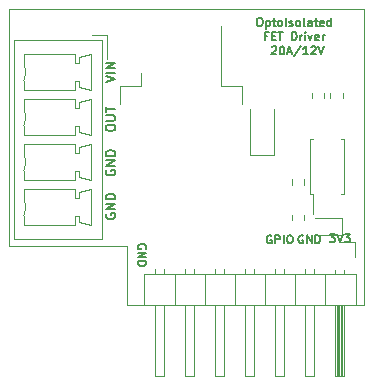
<source format=gbr>
%TF.GenerationSoftware,KiCad,Pcbnew,(5.1.8-0-10_14)*%
%TF.CreationDate,2020-11-29T00:29:28+01:00*%
%TF.ProjectId,FET_Driver,4645545f-4472-4697-9665-722e6b696361,rev?*%
%TF.SameCoordinates,Original*%
%TF.FileFunction,Legend,Top*%
%TF.FilePolarity,Positive*%
%FSLAX46Y46*%
G04 Gerber Fmt 4.6, Leading zero omitted, Abs format (unit mm)*
G04 Created by KiCad (PCBNEW (5.1.8-0-10_14)) date 2020-11-29 00:29:28*
%MOMM*%
%LPD*%
G01*
G04 APERTURE LIST*
%ADD10C,0.150000*%
%TA.AperFunction,Profile*%
%ADD11C,0.050000*%
%TD*%
%ADD12C,0.120000*%
G04 APERTURE END LIST*
D10*
X118200000Y-85309523D02*
X118161904Y-85385714D01*
X118161904Y-85500000D01*
X118200000Y-85614285D01*
X118276190Y-85690476D01*
X118352380Y-85728571D01*
X118504761Y-85766666D01*
X118619047Y-85766666D01*
X118771428Y-85728571D01*
X118847619Y-85690476D01*
X118923809Y-85614285D01*
X118961904Y-85500000D01*
X118961904Y-85423809D01*
X118923809Y-85309523D01*
X118885714Y-85271428D01*
X118619047Y-85271428D01*
X118619047Y-85423809D01*
X118961904Y-84928571D02*
X118161904Y-84928571D01*
X118961904Y-84471428D01*
X118161904Y-84471428D01*
X118961904Y-84090476D02*
X118161904Y-84090476D01*
X118161904Y-83900000D01*
X118200000Y-83785714D01*
X118276190Y-83709523D01*
X118352380Y-83671428D01*
X118504761Y-83633333D01*
X118619047Y-83633333D01*
X118771428Y-83671428D01*
X118847619Y-83709523D01*
X118923809Y-83785714D01*
X118961904Y-83900000D01*
X118961904Y-84090476D01*
X118200000Y-81609523D02*
X118161904Y-81685714D01*
X118161904Y-81800000D01*
X118200000Y-81914285D01*
X118276190Y-81990476D01*
X118352380Y-82028571D01*
X118504761Y-82066666D01*
X118619047Y-82066666D01*
X118771428Y-82028571D01*
X118847619Y-81990476D01*
X118923809Y-81914285D01*
X118961904Y-81800000D01*
X118961904Y-81723809D01*
X118923809Y-81609523D01*
X118885714Y-81571428D01*
X118619047Y-81571428D01*
X118619047Y-81723809D01*
X118961904Y-81228571D02*
X118161904Y-81228571D01*
X118961904Y-80771428D01*
X118161904Y-80771428D01*
X118961904Y-80390476D02*
X118161904Y-80390476D01*
X118161904Y-80200000D01*
X118200000Y-80085714D01*
X118276190Y-80009523D01*
X118352380Y-79971428D01*
X118504761Y-79933333D01*
X118619047Y-79933333D01*
X118771428Y-79971428D01*
X118847619Y-80009523D01*
X118923809Y-80085714D01*
X118961904Y-80200000D01*
X118961904Y-80390476D01*
X118161904Y-78100000D02*
X118161904Y-77947619D01*
X118200000Y-77871428D01*
X118276190Y-77795238D01*
X118428571Y-77757142D01*
X118695238Y-77757142D01*
X118847619Y-77795238D01*
X118923809Y-77871428D01*
X118961904Y-77947619D01*
X118961904Y-78100000D01*
X118923809Y-78176190D01*
X118847619Y-78252380D01*
X118695238Y-78290476D01*
X118428571Y-78290476D01*
X118276190Y-78252380D01*
X118200000Y-78176190D01*
X118161904Y-78100000D01*
X118161904Y-77414285D02*
X118809523Y-77414285D01*
X118885714Y-77376190D01*
X118923809Y-77338095D01*
X118961904Y-77261904D01*
X118961904Y-77109523D01*
X118923809Y-77033333D01*
X118885714Y-76995238D01*
X118809523Y-76957142D01*
X118161904Y-76957142D01*
X118161904Y-76690476D02*
X118161904Y-76233333D01*
X118961904Y-76461904D02*
X118161904Y-76461904D01*
X118161904Y-74176190D02*
X118961904Y-73909523D01*
X118161904Y-73642857D01*
X118961904Y-73376190D02*
X118161904Y-73376190D01*
X118961904Y-72995238D02*
X118161904Y-72995238D01*
X118961904Y-72538095D01*
X118161904Y-72538095D01*
X121550000Y-88266666D02*
X121583333Y-88200000D01*
X121583333Y-88100000D01*
X121550000Y-88000000D01*
X121483333Y-87933333D01*
X121416666Y-87900000D01*
X121283333Y-87866666D01*
X121183333Y-87866666D01*
X121050000Y-87900000D01*
X120983333Y-87933333D01*
X120916666Y-88000000D01*
X120883333Y-88100000D01*
X120883333Y-88166666D01*
X120916666Y-88266666D01*
X120950000Y-88300000D01*
X121183333Y-88300000D01*
X121183333Y-88166666D01*
X120883333Y-88600000D02*
X121583333Y-88600000D01*
X120883333Y-89000000D01*
X121583333Y-89000000D01*
X120883333Y-89333333D02*
X121583333Y-89333333D01*
X121583333Y-89500000D01*
X121550000Y-89600000D01*
X121483333Y-89666666D01*
X121416666Y-89700000D01*
X121283333Y-89733333D01*
X121183333Y-89733333D01*
X121050000Y-89700000D01*
X120983333Y-89666666D01*
X120916666Y-89600000D01*
X120883333Y-89500000D01*
X120883333Y-89333333D01*
X131150000Y-68716666D02*
X131283333Y-68716666D01*
X131350000Y-68750000D01*
X131416666Y-68816666D01*
X131450000Y-68950000D01*
X131450000Y-69183333D01*
X131416666Y-69316666D01*
X131350000Y-69383333D01*
X131283333Y-69416666D01*
X131150000Y-69416666D01*
X131083333Y-69383333D01*
X131016666Y-69316666D01*
X130983333Y-69183333D01*
X130983333Y-68950000D01*
X131016666Y-68816666D01*
X131083333Y-68750000D01*
X131150000Y-68716666D01*
X131750000Y-68950000D02*
X131750000Y-69650000D01*
X131750000Y-68983333D02*
X131816666Y-68950000D01*
X131950000Y-68950000D01*
X132016666Y-68983333D01*
X132050000Y-69016666D01*
X132083333Y-69083333D01*
X132083333Y-69283333D01*
X132050000Y-69350000D01*
X132016666Y-69383333D01*
X131950000Y-69416666D01*
X131816666Y-69416666D01*
X131750000Y-69383333D01*
X132283333Y-68950000D02*
X132550000Y-68950000D01*
X132383333Y-68716666D02*
X132383333Y-69316666D01*
X132416666Y-69383333D01*
X132483333Y-69416666D01*
X132550000Y-69416666D01*
X132883333Y-69416666D02*
X132816666Y-69383333D01*
X132783333Y-69350000D01*
X132750000Y-69283333D01*
X132750000Y-69083333D01*
X132783333Y-69016666D01*
X132816666Y-68983333D01*
X132883333Y-68950000D01*
X132983333Y-68950000D01*
X133050000Y-68983333D01*
X133083333Y-69016666D01*
X133116666Y-69083333D01*
X133116666Y-69283333D01*
X133083333Y-69350000D01*
X133050000Y-69383333D01*
X132983333Y-69416666D01*
X132883333Y-69416666D01*
X133416666Y-69416666D02*
X133416666Y-68716666D01*
X133716666Y-69383333D02*
X133783333Y-69416666D01*
X133916666Y-69416666D01*
X133983333Y-69383333D01*
X134016666Y-69316666D01*
X134016666Y-69283333D01*
X133983333Y-69216666D01*
X133916666Y-69183333D01*
X133816666Y-69183333D01*
X133750000Y-69150000D01*
X133716666Y-69083333D01*
X133716666Y-69050000D01*
X133750000Y-68983333D01*
X133816666Y-68950000D01*
X133916666Y-68950000D01*
X133983333Y-68983333D01*
X134416666Y-69416666D02*
X134350000Y-69383333D01*
X134316666Y-69350000D01*
X134283333Y-69283333D01*
X134283333Y-69083333D01*
X134316666Y-69016666D01*
X134350000Y-68983333D01*
X134416666Y-68950000D01*
X134516666Y-68950000D01*
X134583333Y-68983333D01*
X134616666Y-69016666D01*
X134650000Y-69083333D01*
X134650000Y-69283333D01*
X134616666Y-69350000D01*
X134583333Y-69383333D01*
X134516666Y-69416666D01*
X134416666Y-69416666D01*
X135050000Y-69416666D02*
X134983333Y-69383333D01*
X134950000Y-69316666D01*
X134950000Y-68716666D01*
X135616666Y-69416666D02*
X135616666Y-69050000D01*
X135583333Y-68983333D01*
X135516666Y-68950000D01*
X135383333Y-68950000D01*
X135316666Y-68983333D01*
X135616666Y-69383333D02*
X135550000Y-69416666D01*
X135383333Y-69416666D01*
X135316666Y-69383333D01*
X135283333Y-69316666D01*
X135283333Y-69250000D01*
X135316666Y-69183333D01*
X135383333Y-69150000D01*
X135550000Y-69150000D01*
X135616666Y-69116666D01*
X135850000Y-68950000D02*
X136116666Y-68950000D01*
X135950000Y-68716666D02*
X135950000Y-69316666D01*
X135983333Y-69383333D01*
X136050000Y-69416666D01*
X136116666Y-69416666D01*
X136616666Y-69383333D02*
X136550000Y-69416666D01*
X136416666Y-69416666D01*
X136350000Y-69383333D01*
X136316666Y-69316666D01*
X136316666Y-69050000D01*
X136350000Y-68983333D01*
X136416666Y-68950000D01*
X136550000Y-68950000D01*
X136616666Y-68983333D01*
X136650000Y-69050000D01*
X136650000Y-69116666D01*
X136316666Y-69183333D01*
X137250000Y-69416666D02*
X137250000Y-68716666D01*
X137250000Y-69383333D02*
X137183333Y-69416666D01*
X137050000Y-69416666D01*
X136983333Y-69383333D01*
X136950000Y-69350000D01*
X136916666Y-69283333D01*
X136916666Y-69083333D01*
X136950000Y-69016666D01*
X136983333Y-68983333D01*
X137050000Y-68950000D01*
X137183333Y-68950000D01*
X137250000Y-68983333D01*
X131866666Y-70250000D02*
X131633333Y-70250000D01*
X131633333Y-70616666D02*
X131633333Y-69916666D01*
X131966666Y-69916666D01*
X132233333Y-70250000D02*
X132466666Y-70250000D01*
X132566666Y-70616666D02*
X132233333Y-70616666D01*
X132233333Y-69916666D01*
X132566666Y-69916666D01*
X132766666Y-69916666D02*
X133166666Y-69916666D01*
X132966666Y-70616666D02*
X132966666Y-69916666D01*
X133933333Y-70616666D02*
X133933333Y-69916666D01*
X134100000Y-69916666D01*
X134200000Y-69950000D01*
X134266666Y-70016666D01*
X134300000Y-70083333D01*
X134333333Y-70216666D01*
X134333333Y-70316666D01*
X134300000Y-70450000D01*
X134266666Y-70516666D01*
X134200000Y-70583333D01*
X134100000Y-70616666D01*
X133933333Y-70616666D01*
X134633333Y-70616666D02*
X134633333Y-70150000D01*
X134633333Y-70283333D02*
X134666666Y-70216666D01*
X134700000Y-70183333D01*
X134766666Y-70150000D01*
X134833333Y-70150000D01*
X135066666Y-70616666D02*
X135066666Y-70150000D01*
X135066666Y-69916666D02*
X135033333Y-69950000D01*
X135066666Y-69983333D01*
X135100000Y-69950000D01*
X135066666Y-69916666D01*
X135066666Y-69983333D01*
X135333333Y-70150000D02*
X135500000Y-70616666D01*
X135666666Y-70150000D01*
X136200000Y-70583333D02*
X136133333Y-70616666D01*
X136000000Y-70616666D01*
X135933333Y-70583333D01*
X135900000Y-70516666D01*
X135900000Y-70250000D01*
X135933333Y-70183333D01*
X136000000Y-70150000D01*
X136133333Y-70150000D01*
X136200000Y-70183333D01*
X136233333Y-70250000D01*
X136233333Y-70316666D01*
X135900000Y-70383333D01*
X136533333Y-70616666D02*
X136533333Y-70150000D01*
X136533333Y-70283333D02*
X136566666Y-70216666D01*
X136600000Y-70183333D01*
X136666666Y-70150000D01*
X136733333Y-70150000D01*
X132233333Y-71183333D02*
X132266666Y-71150000D01*
X132333333Y-71116666D01*
X132500000Y-71116666D01*
X132566666Y-71150000D01*
X132600000Y-71183333D01*
X132633333Y-71250000D01*
X132633333Y-71316666D01*
X132600000Y-71416666D01*
X132200000Y-71816666D01*
X132633333Y-71816666D01*
X133066666Y-71116666D02*
X133133333Y-71116666D01*
X133200000Y-71150000D01*
X133233333Y-71183333D01*
X133266666Y-71250000D01*
X133300000Y-71383333D01*
X133300000Y-71550000D01*
X133266666Y-71683333D01*
X133233333Y-71750000D01*
X133200000Y-71783333D01*
X133133333Y-71816666D01*
X133066666Y-71816666D01*
X133000000Y-71783333D01*
X132966666Y-71750000D01*
X132933333Y-71683333D01*
X132900000Y-71550000D01*
X132900000Y-71383333D01*
X132933333Y-71250000D01*
X132966666Y-71183333D01*
X133000000Y-71150000D01*
X133066666Y-71116666D01*
X133566666Y-71616666D02*
X133900000Y-71616666D01*
X133500000Y-71816666D02*
X133733333Y-71116666D01*
X133966666Y-71816666D01*
X134700000Y-71083333D02*
X134100000Y-71983333D01*
X135300000Y-71816666D02*
X134900000Y-71816666D01*
X135100000Y-71816666D02*
X135100000Y-71116666D01*
X135033333Y-71216666D01*
X134966666Y-71283333D01*
X134900000Y-71316666D01*
X135566666Y-71183333D02*
X135600000Y-71150000D01*
X135666666Y-71116666D01*
X135833333Y-71116666D01*
X135900000Y-71150000D01*
X135933333Y-71183333D01*
X135966666Y-71250000D01*
X135966666Y-71316666D01*
X135933333Y-71416666D01*
X135533333Y-71816666D01*
X135966666Y-71816666D01*
X136166666Y-71116666D02*
X136400000Y-71816666D01*
X136633333Y-71116666D01*
D11*
X120000000Y-88000000D02*
X110000000Y-88000000D01*
X120000000Y-93000000D02*
X120000000Y-88000000D01*
D10*
X132200000Y-87150000D02*
X132133333Y-87116666D01*
X132033333Y-87116666D01*
X131933333Y-87150000D01*
X131866666Y-87216666D01*
X131833333Y-87283333D01*
X131800000Y-87416666D01*
X131800000Y-87516666D01*
X131833333Y-87650000D01*
X131866666Y-87716666D01*
X131933333Y-87783333D01*
X132033333Y-87816666D01*
X132100000Y-87816666D01*
X132200000Y-87783333D01*
X132233333Y-87750000D01*
X132233333Y-87516666D01*
X132100000Y-87516666D01*
X132533333Y-87816666D02*
X132533333Y-87116666D01*
X132800000Y-87116666D01*
X132866666Y-87150000D01*
X132900000Y-87183333D01*
X132933333Y-87250000D01*
X132933333Y-87350000D01*
X132900000Y-87416666D01*
X132866666Y-87450000D01*
X132800000Y-87483333D01*
X132533333Y-87483333D01*
X133233333Y-87816666D02*
X133233333Y-87116666D01*
X133700000Y-87116666D02*
X133833333Y-87116666D01*
X133900000Y-87150000D01*
X133966666Y-87216666D01*
X134000000Y-87350000D01*
X134000000Y-87583333D01*
X133966666Y-87716666D01*
X133900000Y-87783333D01*
X133833333Y-87816666D01*
X133700000Y-87816666D01*
X133633333Y-87783333D01*
X133566666Y-87716666D01*
X133533333Y-87583333D01*
X133533333Y-87350000D01*
X133566666Y-87216666D01*
X133633333Y-87150000D01*
X133700000Y-87116666D01*
X134866666Y-87150000D02*
X134800000Y-87116666D01*
X134700000Y-87116666D01*
X134600000Y-87150000D01*
X134533333Y-87216666D01*
X134500000Y-87283333D01*
X134466666Y-87416666D01*
X134466666Y-87516666D01*
X134500000Y-87650000D01*
X134533333Y-87716666D01*
X134600000Y-87783333D01*
X134700000Y-87816666D01*
X134766666Y-87816666D01*
X134866666Y-87783333D01*
X134900000Y-87750000D01*
X134900000Y-87516666D01*
X134766666Y-87516666D01*
X135200000Y-87816666D02*
X135200000Y-87116666D01*
X135600000Y-87816666D01*
X135600000Y-87116666D01*
X135933333Y-87816666D02*
X135933333Y-87116666D01*
X136100000Y-87116666D01*
X136200000Y-87150000D01*
X136266666Y-87216666D01*
X136300000Y-87283333D01*
X136333333Y-87416666D01*
X136333333Y-87516666D01*
X136300000Y-87650000D01*
X136266666Y-87716666D01*
X136200000Y-87783333D01*
X136100000Y-87816666D01*
X135933333Y-87816666D01*
X137133333Y-87016666D02*
X137566666Y-87016666D01*
X137333333Y-87283333D01*
X137433333Y-87283333D01*
X137500000Y-87316666D01*
X137533333Y-87350000D01*
X137566666Y-87416666D01*
X137566666Y-87583333D01*
X137533333Y-87650000D01*
X137500000Y-87683333D01*
X137433333Y-87716666D01*
X137233333Y-87716666D01*
X137166666Y-87683333D01*
X137133333Y-87650000D01*
X137766666Y-87016666D02*
X138000000Y-87716666D01*
X138233333Y-87016666D01*
X138400000Y-87016666D02*
X138833333Y-87016666D01*
X138600000Y-87283333D01*
X138700000Y-87283333D01*
X138766666Y-87316666D01*
X138800000Y-87350000D01*
X138833333Y-87416666D01*
X138833333Y-87583333D01*
X138800000Y-87650000D01*
X138766666Y-87683333D01*
X138700000Y-87716666D01*
X138500000Y-87716666D01*
X138433333Y-87683333D01*
X138400000Y-87650000D01*
D11*
X110000000Y-68000000D02*
X110000000Y-88000000D01*
X140000000Y-68000000D02*
X110000000Y-68000000D01*
X140000000Y-93000000D02*
X140000000Y-68000000D01*
X120000000Y-93000000D02*
X140000000Y-93000000D01*
D12*
%TO.C,J102*%
X118250000Y-70190000D02*
X118250000Y-72190000D01*
X117000000Y-70190000D02*
X118250000Y-70190000D01*
X111250000Y-86220000D02*
X111250000Y-85470000D01*
X115550000Y-86220000D02*
X111250000Y-86220000D01*
X115550000Y-85470000D02*
X115550000Y-86220000D01*
X115900000Y-85470000D02*
X115550000Y-85470000D01*
X115900000Y-85970000D02*
X115900000Y-85470000D01*
X116900000Y-86220000D02*
X115900000Y-85970000D01*
X116900000Y-83220000D02*
X116900000Y-86220000D01*
X115900000Y-83470000D02*
X116900000Y-83220000D01*
X115900000Y-83970000D02*
X115900000Y-83470000D01*
X115550000Y-83970000D02*
X115900000Y-83970000D01*
X115550000Y-83220000D02*
X115550000Y-83970000D01*
X111250000Y-83220000D02*
X115550000Y-83220000D01*
X111250000Y-83970000D02*
X111250000Y-83220000D01*
X111250000Y-82410000D02*
X111250000Y-81660000D01*
X115550000Y-82410000D02*
X111250000Y-82410000D01*
X115550000Y-81660000D02*
X115550000Y-82410000D01*
X115900000Y-81660000D02*
X115550000Y-81660000D01*
X115900000Y-82160000D02*
X115900000Y-81660000D01*
X116900000Y-82410000D02*
X115900000Y-82160000D01*
X116900000Y-79410000D02*
X116900000Y-82410000D01*
X115900000Y-79660000D02*
X116900000Y-79410000D01*
X115900000Y-80160000D02*
X115900000Y-79660000D01*
X115550000Y-80160000D02*
X115900000Y-80160000D01*
X115550000Y-79410000D02*
X115550000Y-80160000D01*
X111250000Y-79410000D02*
X115550000Y-79410000D01*
X111250000Y-80160000D02*
X111250000Y-79410000D01*
X111250000Y-78600000D02*
X111250000Y-77850000D01*
X115550000Y-78600000D02*
X111250000Y-78600000D01*
X115550000Y-77850000D02*
X115550000Y-78600000D01*
X115900000Y-77850000D02*
X115550000Y-77850000D01*
X115900000Y-78350000D02*
X115900000Y-77850000D01*
X116900000Y-78600000D02*
X115900000Y-78350000D01*
X116900000Y-75600000D02*
X116900000Y-78600000D01*
X115900000Y-75850000D02*
X116900000Y-75600000D01*
X115900000Y-76350000D02*
X115900000Y-75850000D01*
X115550000Y-76350000D02*
X115900000Y-76350000D01*
X115550000Y-75600000D02*
X115550000Y-76350000D01*
X111250000Y-75600000D02*
X115550000Y-75600000D01*
X111250000Y-76350000D02*
X111250000Y-75600000D01*
X111250000Y-74790000D02*
X111250000Y-74040000D01*
X115550000Y-74790000D02*
X111250000Y-74790000D01*
X115550000Y-74040000D02*
X115550000Y-74790000D01*
X115900000Y-74040000D02*
X115550000Y-74040000D01*
X115900000Y-74540000D02*
X115900000Y-74040000D01*
X116900000Y-74790000D02*
X115900000Y-74540000D01*
X116900000Y-71790000D02*
X116900000Y-74790000D01*
X115900000Y-72040000D02*
X116900000Y-71790000D01*
X115900000Y-72540000D02*
X115900000Y-72040000D01*
X115550000Y-72540000D02*
X115900000Y-72540000D01*
X115550000Y-71790000D02*
X115550000Y-72540000D01*
X111250000Y-71790000D02*
X115550000Y-71790000D01*
X111250000Y-72540000D02*
X111250000Y-71790000D01*
X117860000Y-87430000D02*
X117860000Y-70580000D01*
X110390000Y-87430000D02*
X117860000Y-87430000D01*
X110390000Y-70580000D02*
X110390000Y-87430000D01*
X117860000Y-70580000D02*
X110390000Y-70580000D01*
X111250155Y-85469647D02*
G75*
G03*
X111250000Y-83970000I-1700155J749647D01*
G01*
X111250155Y-81659647D02*
G75*
G03*
X111250000Y-80160000I-1700155J749647D01*
G01*
X111250155Y-77849647D02*
G75*
G03*
X111250000Y-76350000I-1700155J749647D01*
G01*
X111250155Y-74039647D02*
G75*
G03*
X111250000Y-72540000I-1700155J749647D01*
G01*
%TO.C,Q101*%
X129750000Y-76000000D02*
X129750000Y-74500000D01*
X129750000Y-74500000D02*
X127940000Y-74500000D01*
X127940000Y-74500000D02*
X127940000Y-69375000D01*
X119350000Y-76000000D02*
X119350000Y-74500000D01*
X119350000Y-74500000D02*
X121160000Y-74500000D01*
X121160000Y-74500000D02*
X121160000Y-73400000D01*
%TO.C,R103*%
X133917500Y-85372742D02*
X133917500Y-85847258D01*
X134962500Y-85372742D02*
X134962500Y-85847258D01*
%TO.C,J101*%
X139270000Y-87680000D02*
X139270000Y-88950000D01*
X138000000Y-87680000D02*
X139270000Y-87680000D01*
X122380000Y-89992929D02*
X122380000Y-90390000D01*
X123140000Y-89992929D02*
X123140000Y-90390000D01*
X122380000Y-99050000D02*
X122380000Y-93050000D01*
X123140000Y-99050000D02*
X122380000Y-99050000D01*
X123140000Y-93050000D02*
X123140000Y-99050000D01*
X124030000Y-90390000D02*
X124030000Y-93050000D01*
X124920000Y-89992929D02*
X124920000Y-90390000D01*
X125680000Y-89992929D02*
X125680000Y-90390000D01*
X124920000Y-99050000D02*
X124920000Y-93050000D01*
X125680000Y-99050000D02*
X124920000Y-99050000D01*
X125680000Y-93050000D02*
X125680000Y-99050000D01*
X126570000Y-90390000D02*
X126570000Y-93050000D01*
X127460000Y-89992929D02*
X127460000Y-90390000D01*
X128220000Y-89992929D02*
X128220000Y-90390000D01*
X127460000Y-99050000D02*
X127460000Y-93050000D01*
X128220000Y-99050000D02*
X127460000Y-99050000D01*
X128220000Y-93050000D02*
X128220000Y-99050000D01*
X129110000Y-90390000D02*
X129110000Y-93050000D01*
X130000000Y-89992929D02*
X130000000Y-90390000D01*
X130760000Y-89992929D02*
X130760000Y-90390000D01*
X130000000Y-99050000D02*
X130000000Y-93050000D01*
X130760000Y-99050000D02*
X130000000Y-99050000D01*
X130760000Y-93050000D02*
X130760000Y-99050000D01*
X131650000Y-90390000D02*
X131650000Y-93050000D01*
X132540000Y-89992929D02*
X132540000Y-90390000D01*
X133300000Y-89992929D02*
X133300000Y-90390000D01*
X132540000Y-99050000D02*
X132540000Y-93050000D01*
X133300000Y-99050000D02*
X132540000Y-99050000D01*
X133300000Y-93050000D02*
X133300000Y-99050000D01*
X134190000Y-90390000D02*
X134190000Y-93050000D01*
X135080000Y-89992929D02*
X135080000Y-90390000D01*
X135840000Y-89992929D02*
X135840000Y-90390000D01*
X135080000Y-99050000D02*
X135080000Y-93050000D01*
X135840000Y-99050000D02*
X135080000Y-99050000D01*
X135840000Y-93050000D02*
X135840000Y-99050000D01*
X136730000Y-90390000D02*
X136730000Y-93050000D01*
X137620000Y-90060000D02*
X137620000Y-90390000D01*
X138380000Y-90060000D02*
X138380000Y-90390000D01*
X137720000Y-93050000D02*
X137720000Y-99050000D01*
X137840000Y-93050000D02*
X137840000Y-99050000D01*
X137960000Y-93050000D02*
X137960000Y-99050000D01*
X138080000Y-93050000D02*
X138080000Y-99050000D01*
X138200000Y-93050000D02*
X138200000Y-99050000D01*
X138320000Y-93050000D02*
X138320000Y-99050000D01*
X137620000Y-99050000D02*
X137620000Y-93050000D01*
X138380000Y-99050000D02*
X137620000Y-99050000D01*
X138380000Y-93050000D02*
X138380000Y-99050000D01*
X139330000Y-93050000D02*
X139330000Y-90390000D01*
X121430000Y-93050000D02*
X139330000Y-93050000D01*
X121430000Y-90390000D02*
X121430000Y-93050000D01*
X139330000Y-90390000D02*
X121430000Y-90390000D01*
%TO.C,D102*%
X138215000Y-85635000D02*
X135930000Y-85635000D01*
X138215000Y-87105000D02*
X138215000Y-85635000D01*
X135930000Y-87105000D02*
X138215000Y-87105000D01*
%TO.C,U101*%
X138310000Y-81290000D02*
X138310000Y-78980000D01*
X138310000Y-78980000D02*
X138095000Y-78980000D01*
X138310000Y-81290000D02*
X138310000Y-83600000D01*
X138310000Y-83600000D02*
X138095000Y-83600000D01*
X135490000Y-81290000D02*
X135490000Y-78980000D01*
X135490000Y-78980000D02*
X135705000Y-78980000D01*
X135490000Y-81290000D02*
X135490000Y-83600000D01*
X135490000Y-83600000D02*
X135705000Y-83600000D01*
X135705000Y-83600000D02*
X135705000Y-85290000D01*
%TO.C,R901*%
X134962500Y-82362742D02*
X134962500Y-82837258D01*
X133917500Y-82362742D02*
X133917500Y-82837258D01*
%TO.C,R101*%
X138222500Y-75062742D02*
X138222500Y-75537258D01*
X137177500Y-75062742D02*
X137177500Y-75537258D01*
%TO.C,R102*%
X136652500Y-75062742D02*
X136652500Y-75537258D01*
X135607500Y-75062742D02*
X135607500Y-75537258D01*
%TO.C,D101*%
X130400000Y-80300000D02*
X132400000Y-80300000D01*
X132400000Y-80300000D02*
X132400000Y-76450000D01*
X130400000Y-80300000D02*
X130400000Y-76450000D01*
%TD*%
M02*

</source>
